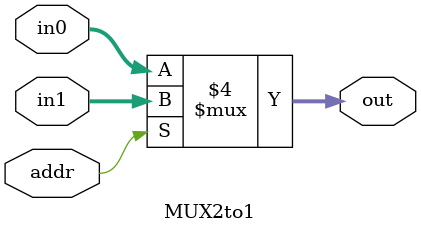
<source format=v>
module MUX2to1(
//outputs
out,
//inputs
in0, in1, addr
);
	input [31:0] in0, in1;
	input addr;
	output [31:0] out;
	reg [31:0] out;
	
	always@(*)
	begin
		if (addr == 1'b0) out = in0;
		else out = in1;
	end
	
endmodule 
</source>
